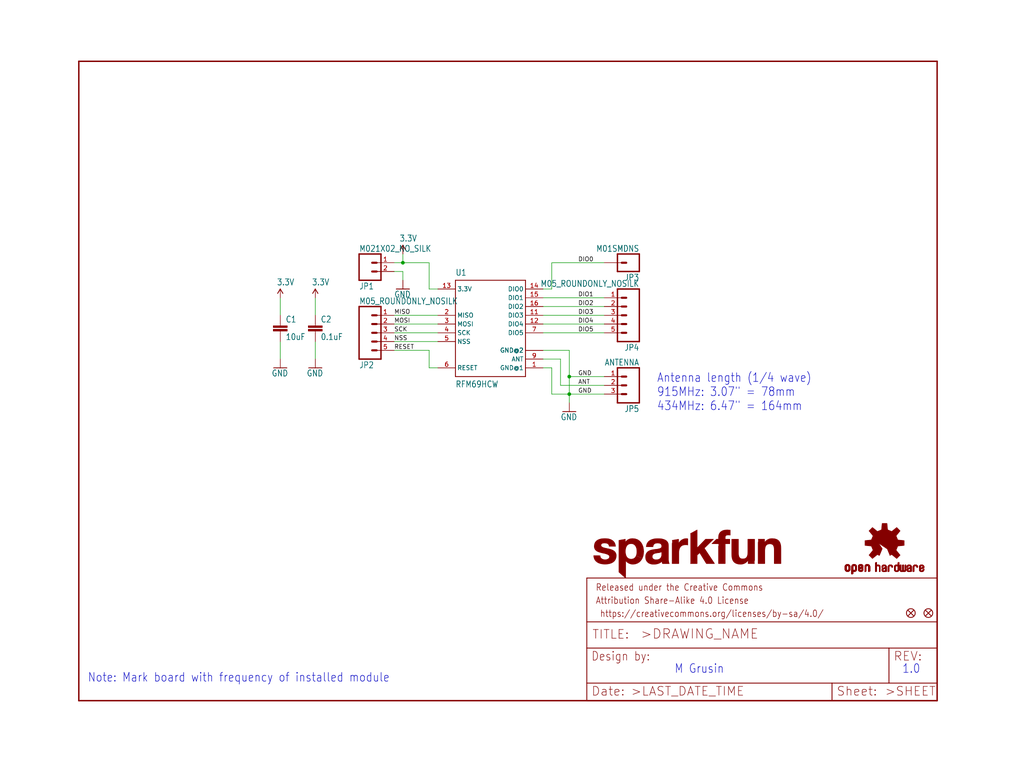
<source format=kicad_sch>
(kicad_sch (version 20211123) (generator eeschema)
  (paper "User" 297.002 223.926)
  (lib_symbols
    (symbol "schematicEagle-eagle-import:0.1UF-25V(+80{slash}-20%)(0603)"
      (property "Reference" "C" (at 1.524 2.921 0))
      (property "Value" "0.1UF-25V(+80{slash}-20%)(0603)" (at 1.524 -2.159 0))
      (symbol "0.1UF-25V(+80{slash}-20%)(0603)_1_0"
        (pin passive line (at 0 5.08 270) (length 2.54) (name "1") (number "1"))
        (pin passive line (at 0 -2.54 90) (length 2.54) (name "2") (number "2"))
      )
    )
    (symbol "schematicEagle-eagle-import:10UF50V20%(1210)"
      (property "Reference" "C" (at 1.524 2.921 0))
      (property "Value" "10UF50V20%(1210)" (at 1.524 -2.159 0))
      (symbol "10UF50V20%(1210)_1_0"
        (pin passive line (at 0 5.08 270) (length 2.54) (name "1") (number "1"))
        (pin passive line (at 0 -2.54 90) (length 2.54) (name "2") (number "2"))
      )
    )
    (symbol "schematicEagle-eagle-import:3.3V" (power)
      (property "Value" "3.3V" (at -1.016 3.556 0))
      (symbol "3.3V_1_0"
        (pin power_in line (at 0 0 90) (length 2.54) (name "3.3V") (number "1"))
      )
    )
    (symbol "schematicEagle-eagle-import:FIDUCIAL1X2")
    (symbol "schematicEagle-eagle-import:FRAME-LETTER"
      (symbol "FRAME-LETTER_2_0"
        (text " https://creativecommons.org/licenses/by-sa/4.0/" (at 2.54 24.13 0) (effects (font (size 1.9304 1.6408)) (justify left bottom)))
        (text ">DRAWING_NAME" (at 15.494 17.78 0) (effects (font (size 2.7432 2.7432)) (justify left bottom)))
        (text ">LAST_DATE_TIME" (at 12.7 1.27 0) (effects (font (size 2.54 2.54)) (justify left bottom)))
        (text ">SHEET" (at 86.36 1.27 0) (effects (font (size 2.54 2.54)) (justify left bottom)))
        (text "Attribution Share-Alike 4.0 License" (at 2.54 27.94 0) (effects (font (size 1.9304 1.6408)) (justify left bottom)))
        (text "Date:" (at 1.27 1.27 0) (effects (font (size 2.54 2.54)) (justify left bottom)))
        (text "Design by:" (at 1.27 11.43 0) (effects (font (size 2.54 2.159)) (justify left bottom)))
        (text "Released under the Creative Commons" (at 2.54 31.75 0) (effects (font (size 1.9304 1.6408)) (justify left bottom)))
        (text "REV:" (at 88.9 11.43 0) (effects (font (size 2.54 2.54)) (justify left bottom)))
        (text "Sheet:" (at 72.39 1.27 0) (effects (font (size 2.54 2.54)) (justify left bottom)))
        (text "TITLE:" (at 1.524 17.78 0) (effects (font (size 2.54 2.54)) (justify left bottom)))
      )
    )
    (symbol "schematicEagle-eagle-import:GND" (power)
      (property "Value" "GND" (at -2.54 -2.54 0))
      (symbol "GND_1_0"
        (pin power_in line (at 0 2.54 270) (length 2.54) (name "GND") (number "1"))
      )
    )
    (symbol "schematicEagle-eagle-import:M01SMDNS"
      (property "Reference" "JP" (at -2.54 3.302 0))
      (property "Value" "M01SMDNS" (at -2.54 -5.08 0))
      (symbol "M01SMDNS_1_0"
        (pin passive line (at 7.62 0 180) (length 5.08) (name "1") (number "1"))
      )
    )
    (symbol "schematicEagle-eagle-import:M021X02_NO_SILK"
      (property "Reference" "JP" (at -2.54 5.842 0))
      (property "Value" "M021X02_NO_SILK" (at -2.54 -5.08 0))
      (symbol "M021X02_NO_SILK_1_0"
        (pin passive line (at 7.62 0 180) (length 5.08) (name "1") (number "1"))
        (pin passive line (at 7.62 2.54 180) (length 5.08) (name "2") (number "2"))
      )
    )
    (symbol "schematicEagle-eagle-import:M03_ROUND_ONLY_NO_SILK"
      (property "Reference" "JP" (at -2.54 5.842 0))
      (property "Value" "M03_ROUND_ONLY_NO_SILK" (at -2.54 -7.62 0))
      (symbol "M03_ROUND_ONLY_NO_SILK_1_0"
        (pin passive line (at 7.62 -2.54 180) (length 5.08) (name "1") (number "1"))
        (pin passive line (at 7.62 0 180) (length 5.08) (name "2") (number "2"))
        (pin passive line (at 7.62 2.54 180) (length 5.08) (name "3") (number "3"))
      )
    )
    (symbol "schematicEagle-eagle-import:M05_ROUNDONLY_NOSILK"
      (property "Reference" "JP" (at -2.54 8.382 0))
      (property "Value" "M05_ROUNDONLY_NOSILK" (at -2.54 -10.16 0))
      (symbol "M05_ROUNDONLY_NOSILK_1_0"
        (pin passive line (at 7.62 -5.08 180) (length 5.08) (name "1") (number "1"))
        (pin passive line (at 7.62 -2.54 180) (length 5.08) (name "2") (number "2"))
        (pin passive line (at 7.62 0 180) (length 5.08) (name "3") (number "3"))
        (pin passive line (at 7.62 2.54 180) (length 5.08) (name "4") (number "4"))
        (pin passive line (at 7.62 5.08 180) (length 5.08) (name "5") (number "5"))
      )
    )
    (symbol "schematicEagle-eagle-import:OSHW-LOGOS")
    (symbol "schematicEagle-eagle-import:RFM69HCW"
      (property "Reference" "U" (at -10.16 16.51 0))
      (property "Value" "RFM69HCW" (at -10.16 -15.875 0))
      (symbol "RFM69HCW_1_0"
        (pin power_in line (at 15.24 -10.16 180) (length 5.08) (name "GND@1") (number "1"))
        (pin power_in line (at 15.24 -5.08 180) (length 5.08) (name "GND@2") (number "10"))
        (pin bidirectional line (at 15.24 5.08 180) (length 5.08) (name "DIO3") (number "11"))
        (pin bidirectional line (at 15.24 2.54 180) (length 5.08) (name "DIO4") (number "12"))
        (pin power_in line (at -15.24 12.7 0) (length 5.08) (name "3.3V") (number "13"))
        (pin bidirectional line (at 15.24 12.7 180) (length 5.08) (name "DIO0") (number "14"))
        (pin bidirectional line (at 15.24 10.16 180) (length 5.08) (name "DIO1") (number "15"))
        (pin bidirectional line (at 15.24 7.62 180) (length 5.08) (name "DIO2") (number "16"))
        (pin bidirectional line (at -15.24 5.08 0) (length 5.08) (name "MISO") (number "2"))
        (pin input line (at -15.24 2.54 0) (length 5.08) (name "MOSI") (number "3"))
        (pin input line (at -15.24 0 0) (length 5.08) (name "SCK") (number "4"))
        (pin input line (at -15.24 -2.54 0) (length 5.08) (name "NSS") (number "5"))
        (pin input line (at -15.24 -10.16 0) (length 5.08) (name "RESET") (number "6"))
        (pin bidirectional line (at 15.24 0 180) (length 5.08) (name "DIO5") (number "7"))
        (pin power_in line (at 15.24 -5.08 180) (length 5.08) (name "GND@2") (number "8"))
        (pin passive line (at 15.24 -7.62 180) (length 5.08) (name "ANT") (number "9"))
      )
    )
    (symbol "schematicEagle-eagle-import:SFE_LOGO_NAME.1_INCH")
  )
  (junction (at 165.1 114.3))
  (junction (at 116.84 76.2))
  (junction (at 165.1 109.22))
  (wire (pts (xy 175.26 93.98) (xy 157.48 93.98)))
  (wire (pts (xy 124.46 83.82) (xy 124.46 76.2)))
  (wire (pts (xy 165.1 114.3) (xy 165.1 109.22)))
  (wire (pts (xy 175.26 76.2) (xy 160.02 76.2)))
  (wire (pts (xy 124.46 76.2) (xy 116.84 76.2)))
  (wire (pts (xy 114.3 78.74) (xy 116.84 78.74)))
  (wire (pts (xy 157.48 101.6) (xy 165.1 101.6)))
  (wire (pts (xy 165.1 114.3) (xy 175.26 114.3)))
  (wire (pts (xy 116.84 76.2) (xy 116.84 73.66)))
  (wire (pts (xy 124.46 101.6) (xy 124.46 106.68)))
  (wire (pts (xy 114.3 96.52) (xy 127 96.52)))
  (wire (pts (xy 157.48 106.68) (xy 160.02 106.68)))
  (wire (pts (xy 175.26 86.36) (xy 157.48 86.36)))
  (wire (pts (xy 175.26 91.44) (xy 157.48 91.44)))
  (wire (pts (xy 91.44 104.14) (xy 91.44 99.06)))
  (wire (pts (xy 162.56 104.14) (xy 157.48 104.14)))
  (wire (pts (xy 162.56 111.76) (xy 162.56 104.14)))
  (wire (pts (xy 160.02 76.2) (xy 160.02 83.82)))
  (wire (pts (xy 91.44 86.36) (xy 91.44 91.44)))
  (wire (pts (xy 157.48 96.52) (xy 175.26 96.52)))
  (wire (pts (xy 175.26 111.76) (xy 162.56 111.76)))
  (wire (pts (xy 165.1 116.84) (xy 165.1 114.3)))
  (wire (pts (xy 114.3 91.44) (xy 127 91.44)))
  (wire (pts (xy 175.26 88.9) (xy 157.48 88.9)))
  (wire (pts (xy 114.3 101.6) (xy 124.46 101.6)))
  (wire (pts (xy 81.28 86.36) (xy 81.28 91.44)))
  (wire (pts (xy 114.3 76.2) (xy 116.84 76.2)))
  (wire (pts (xy 114.3 99.06) (xy 127 99.06)))
  (wire (pts (xy 165.1 109.22) (xy 175.26 109.22)))
  (wire (pts (xy 81.28 104.14) (xy 81.28 99.06)))
  (wire (pts (xy 160.02 83.82) (xy 157.48 83.82)))
  (wire (pts (xy 160.02 106.68) (xy 160.02 114.3)))
  (wire (pts (xy 124.46 106.68) (xy 127 106.68)))
  (wire (pts (xy 116.84 78.74) (xy 116.84 81.28)))
  (wire (pts (xy 160.02 114.3) (xy 165.1 114.3)))
  (wire (pts (xy 114.3 93.98) (xy 127 93.98)))
  (wire (pts (xy 127 83.82) (xy 124.46 83.82)))
  (wire (pts (xy 165.1 101.6) (xy 165.1 109.22)))
  (text "Note: Mark board with frequency of installed module" (at 25.4 198.12 0) (effects (font (size 2.54 2.159)) (justify left bottom)))
  (text "Antenna length (1/4 wave)\n915MHz: 3.07\" = 78mm\n434MHz: 6.47\" = 164mm" (at 190.5 119.38 0) (effects (font (size 2.54 2.159)) (justify left bottom)))
  (text "1.0" (at 261.62 195.58 180) (effects (font (size 2.54 2.159)) (justify left bottom)))
  (text "M Grusin" (at 195.58 195.58 180) (effects (font (size 2.54 2.159)) (justify left bottom)))
  (label "DIO2" (at 167.64 88.9 0) (effects (font (size 1.2446 1.2446))))
  (label "DIO0" (at 167.64 76.2 0) (effects (font (size 1.2446 1.2446))))
  (label "GND" (at 167.64 109.22 0) (effects (font (size 1.2446 1.2446))))
  (label "DIO4" (at 167.64 93.98 0) (effects (font (size 1.2446 1.2446))))
  (label "GND" (at 167.64 114.3 0) (effects (font (size 1.2446 1.2446))))
  (label "DIO5" (at 167.64 96.52 0) (effects (font (size 1.2446 1.2446))))
  (label "NSS" (at 114.3 99.06 0) (effects (font (size 1.2446 1.2446))))
  (label "DIO1" (at 167.64 86.36 0) (effects (font (size 1.2446 1.2446))))
  (label "DIO3" (at 167.64 91.44 0) (effects (font (size 1.2446 1.2446))))
  (label "MOSI" (at 114.3 93.98 0) (effects (font (size 1.2446 1.2446))))
  (label "ANT" (at 167.64 111.76 0) (effects (font (size 1.2446 1.2446))))
  (label "SCK" (at 114.3 96.52 0) (effects (font (size 1.2446 1.2446))))
  (label "MISO" (at 114.3 91.44 0) (effects (font (size 1.2446 1.2446))))
  (label "RESET" (at 114.3 101.6 0) (effects (font (size 1.2446 1.2446))))
  (symbol (lib_id "schematicEagle-eagle-import:M021X02_NO_SILK") (at 106.68 76.2 0) (mirror x) (unit 1)
    (property "Reference" "JP1" (at 104.14 82.042 0) (effects (font (size 1.778 1.5113)) (justify left bottom)))
    (property "Value" "M021X02_NO_SILK" (at 104.14 71.12 0) (effects (font (size 1.778 1.5113)) (justify left bottom)))
    (property "Footprint" "schematicEagle:1X02_NO_SILK" (effects hide))
  )
  (symbol (lib_id "schematicEagle-eagle-import:OSHW-LOGOS") (at 256.54 157.48 0) (unit 1)
    (property "Reference" "LOGO2" (effects hide))
    (property "Value" "OSHW-LOGOS" (effects hide))
    (property "Footprint" "schematicEagle:OSHW-LOGO-S" (effects hide))
  )
  (symbol (lib_id "schematicEagle-eagle-import:GND") (at 81.28 106.68 0) (unit 1)
    (property "Reference" "#GND1" (effects hide))
    (property "Value" "GND" (at 78.74 109.22 0) (effects (font (size 1.778 1.5113)) (justify left bottom)))
    (property "Footprint" "schematicEagle:" (effects hide))
  )
  (symbol (lib_id "schematicEagle-eagle-import:0.1UF-25V(+80{slash}-20%)(0603)") (at 91.44 96.52 0) (unit 1)
    (property "Reference" "C2" (at 92.964 93.599 0) (effects (font (size 1.778 1.5113)) (justify left bottom)))
    (property "Value" "0.1uF" (at 92.964 98.679 0) (effects (font (size 1.778 1.5113)) (justify left bottom)))
    (property "Footprint" "schematicEagle:0603-CAP" (effects hide))
  )
  (symbol (lib_id "schematicEagle-eagle-import:RFM69HCW") (at 142.24 96.52 0) (unit 1)
    (property "Reference" "U1" (at 132.08 80.01 0) (effects (font (size 1.778 1.5113)) (justify left bottom)))
    (property "Value" "RFM69HCW" (at 132.08 112.395 0) (effects (font (size 1.778 1.5113)) (justify left bottom)))
    (property "Footprint" "schematicEagle:RFM69HCW-XXXS2" (effects hide))
  )
  (symbol (lib_id "schematicEagle-eagle-import:M05_ROUNDONLY_NOSILK") (at 106.68 96.52 0) (mirror x) (unit 1)
    (property "Reference" "JP2" (at 104.14 104.902 0) (effects (font (size 1.778 1.5113)) (justify left bottom)))
    (property "Value" "M05_ROUNDONLY_NOSILK" (at 104.14 86.36 0) (effects (font (size 1.778 1.5113)) (justify left bottom)))
    (property "Footprint" "schematicEagle:1X05_ROUNDONLY_NOSILK" (effects hide))
  )
  (symbol (lib_id "schematicEagle-eagle-import:GND") (at 165.1 119.38 0) (unit 1)
    (property "Reference" "#GND3" (effects hide))
    (property "Value" "GND" (at 162.56 121.92 0) (effects (font (size 1.778 1.5113)) (justify left bottom)))
    (property "Footprint" "schematicEagle:" (effects hide))
  )
  (symbol (lib_id "schematicEagle-eagle-import:FIDUCIAL1X2") (at 264.16 177.8 0) (unit 1)
    (property "Reference" "FID1" (effects hide))
    (property "Value" "FIDUCIAL1X2" (effects hide))
    (property "Footprint" "schematicEagle:FIDUCIAL-1X2" (effects hide))
  )
  (symbol (lib_id "schematicEagle-eagle-import:3.3V") (at 91.44 86.36 0) (unit 1)
    (property "Reference" "#SUPPLY2" (effects hide))
    (property "Value" "3.3V" (at 90.424 82.804 0) (effects (font (size 1.778 1.5113)) (justify left bottom)))
    (property "Footprint" "schematicEagle:" (effects hide))
  )
  (symbol (lib_id "schematicEagle-eagle-import:SFE_LOGO_NAME.1_INCH") (at 170.18 167.64 0) (unit 1)
    (property "Reference" "LOGO1" (effects hide))
    (property "Value" "SFE_LOGO_NAME.1_INCH" (effects hide))
    (property "Footprint" "schematicEagle:SFE_LOGO_NAME_.1" (effects hide))
  )
  (symbol (lib_id "schematicEagle-eagle-import:FRAME-LETTER") (at 170.18 203.2 0) (unit 2)
    (property "Reference" "FRAME1" (effects hide))
    (property "Value" "FRAME-LETTER" (effects hide))
    (property "Footprint" "schematicEagle:CREATIVE_COMMONS" (effects hide))
  )
  (symbol (lib_id "schematicEagle-eagle-import:M05_ROUNDONLY_NOSILK") (at 182.88 91.44 180) (unit 1)
    (property "Reference" "JP4" (at 185.42 99.822 0) (effects (font (size 1.778 1.5113)) (justify left bottom)))
    (property "Value" "M05_ROUNDONLY_NOSILK" (at 185.42 81.28 0) (effects (font (size 1.778 1.5113)) (justify left bottom)))
    (property "Footprint" "schematicEagle:1X05_ROUNDONLY_NOSILK" (effects hide))
  )
  (symbol (lib_id "schematicEagle-eagle-import:3.3V") (at 116.84 73.66 0) (unit 1)
    (property "Reference" "#SUPPLY4" (effects hide))
    (property "Value" "3.3V" (at 115.824 70.104 0) (effects (font (size 1.778 1.5113)) (justify left bottom)))
    (property "Footprint" "schematicEagle:" (effects hide))
  )
  (symbol (lib_id "schematicEagle-eagle-import:3.3V") (at 81.28 86.36 0) (unit 1)
    (property "Reference" "#SUPPLY1" (effects hide))
    (property "Value" "3.3V" (at 80.264 82.804 0) (effects (font (size 1.778 1.5113)) (justify left bottom)))
    (property "Footprint" "schematicEagle:" (effects hide))
  )
  (symbol (lib_id "schematicEagle-eagle-import:10UF50V20%(1210)") (at 81.28 96.52 0) (unit 1)
    (property "Reference" "C1" (at 82.804 93.599 0) (effects (font (size 1.778 1.5113)) (justify left bottom)))
    (property "Value" "10uF" (at 82.804 98.679 0) (effects (font (size 1.778 1.5113)) (justify left bottom)))
    (property "Footprint" "schematicEagle:1210" (effects hide))
  )
  (symbol (lib_id "schematicEagle-eagle-import:M03_ROUND_ONLY_NO_SILK") (at 182.88 111.76 180) (unit 1)
    (property "Reference" "JP5" (at 185.42 117.602 0) (effects (font (size 1.778 1.5113)) (justify left bottom)))
    (property "Value" "ANTENNA" (at 185.42 104.14 0) (effects (font (size 1.778 1.5113)) (justify left bottom)))
    (property "Footprint" "schematicEagle:1X03_ROUND_ONLY_NO_SILK" (effects hide))
  )
  (symbol (lib_id "schematicEagle-eagle-import:GND") (at 116.84 83.82 0) (unit 1)
    (property "Reference" "#GND4" (effects hide))
    (property "Value" "GND" (at 114.3 86.36 0) (effects (font (size 1.778 1.5113)) (justify left bottom)))
    (property "Footprint" "schematicEagle:" (effects hide))
  )
  (symbol (lib_id "schematicEagle-eagle-import:GND") (at 91.44 106.68 0) (unit 1)
    (property "Reference" "#GND2" (effects hide))
    (property "Value" "GND" (at 88.9 109.22 0) (effects (font (size 1.778 1.5113)) (justify left bottom)))
    (property "Footprint" "schematicEagle:" (effects hide))
  )
  (symbol (lib_id "schematicEagle-eagle-import:FIDUCIAL1X2") (at 269.24 177.8 0) (unit 1)
    (property "Reference" "FID2" (effects hide))
    (property "Value" "FIDUCIAL1X2" (effects hide))
    (property "Footprint" "schematicEagle:FIDUCIAL-1X2" (effects hide))
  )
  (symbol (lib_id "schematicEagle-eagle-import:FRAME-LETTER") (at 22.86 203.2 0) (unit 1)
    (property "Reference" "FRAME1" (effects hide))
    (property "Value" "FRAME-LETTER" (effects hide))
    (property "Footprint" "schematicEagle:CREATIVE_COMMONS" (effects hide))
  )
  (symbol (lib_id "schematicEagle-eagle-import:M01SMDNS") (at 182.88 76.2 180) (unit 1)
    (property "Reference" "JP3" (at 185.42 79.502 0) (effects (font (size 1.778 1.5113)) (justify left bottom)))
    (property "Value" "M01SMDNS" (at 185.42 71.12 0) (effects (font (size 1.778 1.5113)) (justify left bottom)))
    (property "Footprint" "schematicEagle:1X01NS" (effects hide))
  )
)
</source>
